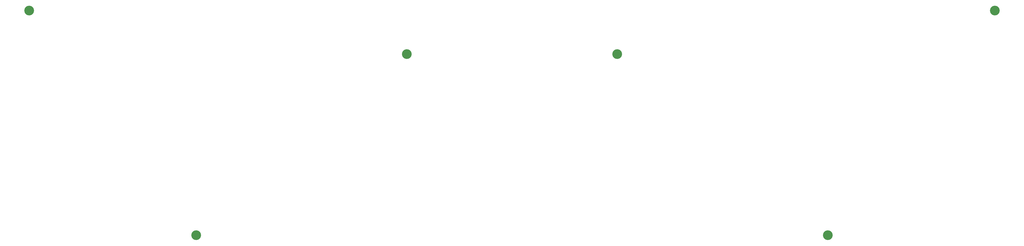
<source format=gbr>
G04 #@! TF.GenerationSoftware,KiCad,Pcbnew,7.0.10*
G04 #@! TF.CreationDate,2024-04-07T15:42:10+09:00*
G04 #@! TF.ProjectId,first_keyboard,66697273-745f-46b6-9579-626f6172642e,rev?*
G04 #@! TF.SameCoordinates,Original*
G04 #@! TF.FileFunction,Soldermask,Bot*
G04 #@! TF.FilePolarity,Negative*
%FSLAX46Y46*%
G04 Gerber Fmt 4.6, Leading zero omitted, Abs format (unit mm)*
G04 Created by KiCad (PCBNEW 7.0.10) date 2024-04-07 15:42:10*
%MOMM*%
%LPD*%
G01*
G04 APERTURE LIST*
%ADD10C,3.200000*%
G04 APERTURE END LIST*
D10*
X309562500Y-173831200D03*
X47625000Y-100012500D03*
X102393800Y-173831200D03*
X364331300Y-100012500D03*
X171450000Y-114300000D03*
X240506300Y-114300000D03*
M02*

</source>
